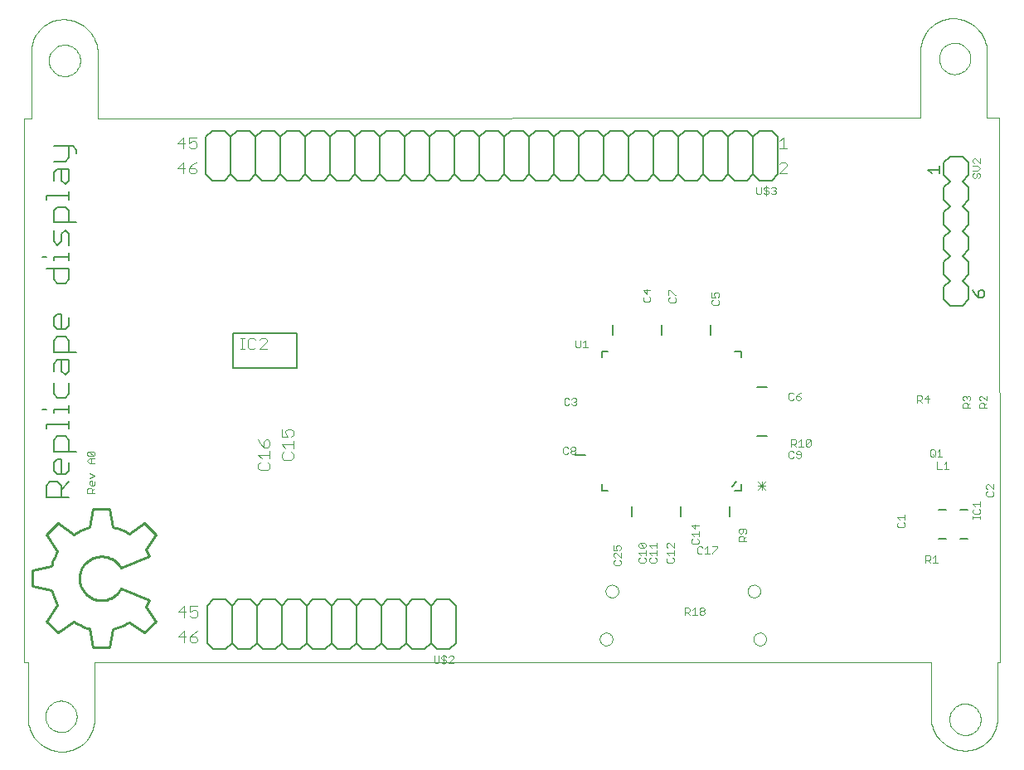
<source format=gto>
G75*
G70*
%OFA0B0*%
%FSLAX24Y24*%
%IPPOS*%
%LPD*%
%AMOC8*
5,1,8,0,0,1.08239X$1,22.5*
%
%ADD10C,0.0000*%
%ADD11C,0.0080*%
%ADD12C,0.0030*%
%ADD13C,0.0060*%
%ADD14C,0.0040*%
%ADD15C,0.0050*%
%ADD16C,0.0100*%
D10*
X001652Y000107D02*
X001722Y000109D01*
X001792Y000115D01*
X001862Y000124D01*
X001931Y000137D01*
X002000Y000154D01*
X002067Y000175D01*
X002133Y000199D01*
X002197Y000227D01*
X002260Y000258D01*
X002322Y000293D01*
X002381Y000331D01*
X002438Y000372D01*
X002493Y000416D01*
X002545Y000463D01*
X002595Y000513D01*
X002642Y000565D01*
X002686Y000620D01*
X002727Y000677D01*
X002765Y000736D01*
X002800Y000798D01*
X002831Y000861D01*
X002859Y000925D01*
X002883Y000991D01*
X002904Y001058D01*
X002921Y001127D01*
X002934Y001196D01*
X002943Y001266D01*
X002949Y001336D01*
X002951Y001406D01*
X002951Y003690D01*
X036573Y003690D01*
X036573Y001524D01*
X036575Y001452D01*
X036581Y001380D01*
X036590Y001308D01*
X036603Y001237D01*
X036620Y001167D01*
X036640Y001098D01*
X036665Y001030D01*
X036692Y000964D01*
X036723Y000898D01*
X036758Y000835D01*
X036795Y000773D01*
X036836Y000714D01*
X036880Y000657D01*
X036927Y000602D01*
X036977Y000550D01*
X037029Y000500D01*
X037084Y000453D01*
X037141Y000409D01*
X037200Y000368D01*
X037262Y000331D01*
X037325Y000296D01*
X037391Y000265D01*
X037457Y000238D01*
X037525Y000213D01*
X037594Y000193D01*
X037664Y000176D01*
X037735Y000163D01*
X037807Y000154D01*
X037879Y000148D01*
X037951Y000146D01*
X037321Y001406D02*
X037323Y001456D01*
X037329Y001506D01*
X037339Y001555D01*
X037353Y001603D01*
X037370Y001650D01*
X037391Y001695D01*
X037416Y001739D01*
X037444Y001780D01*
X037476Y001819D01*
X037510Y001856D01*
X037547Y001890D01*
X037587Y001920D01*
X037629Y001947D01*
X037673Y001971D01*
X037719Y001992D01*
X037766Y002008D01*
X037814Y002021D01*
X037864Y002030D01*
X037913Y002035D01*
X037964Y002036D01*
X038014Y002033D01*
X038063Y002026D01*
X038112Y002015D01*
X038160Y002000D01*
X038206Y001982D01*
X038251Y001960D01*
X038294Y001934D01*
X038335Y001905D01*
X038374Y001873D01*
X038410Y001838D01*
X038442Y001800D01*
X038472Y001760D01*
X038499Y001717D01*
X038522Y001673D01*
X038541Y001627D01*
X038557Y001579D01*
X038569Y001530D01*
X038577Y001481D01*
X038581Y001431D01*
X038581Y001381D01*
X038577Y001331D01*
X038569Y001282D01*
X038557Y001233D01*
X038541Y001185D01*
X038522Y001139D01*
X038499Y001095D01*
X038472Y001052D01*
X038442Y001012D01*
X038410Y000974D01*
X038374Y000939D01*
X038335Y000907D01*
X038294Y000878D01*
X038251Y000852D01*
X038206Y000830D01*
X038160Y000812D01*
X038112Y000797D01*
X038063Y000786D01*
X038014Y000779D01*
X037964Y000776D01*
X037913Y000777D01*
X037864Y000782D01*
X037814Y000791D01*
X037766Y000804D01*
X037719Y000820D01*
X037673Y000841D01*
X037629Y000865D01*
X037587Y000892D01*
X037547Y000922D01*
X037510Y000956D01*
X037476Y000993D01*
X037444Y001032D01*
X037416Y001073D01*
X037391Y001117D01*
X037370Y001162D01*
X037353Y001209D01*
X037339Y001257D01*
X037329Y001306D01*
X037323Y001356D01*
X037321Y001406D01*
X037951Y000147D02*
X038021Y000149D01*
X038091Y000155D01*
X038161Y000164D01*
X038230Y000177D01*
X038299Y000194D01*
X038366Y000215D01*
X038432Y000239D01*
X038496Y000267D01*
X038559Y000298D01*
X038621Y000333D01*
X038680Y000371D01*
X038737Y000412D01*
X038792Y000456D01*
X038844Y000503D01*
X038894Y000553D01*
X038941Y000605D01*
X038985Y000660D01*
X039026Y000717D01*
X039064Y000776D01*
X039099Y000838D01*
X039130Y000901D01*
X039158Y000965D01*
X039182Y001031D01*
X039203Y001098D01*
X039220Y001167D01*
X039233Y001236D01*
X039242Y001306D01*
X039248Y001376D01*
X039250Y001446D01*
X039250Y003690D01*
X039349Y003690D01*
X039329Y025619D01*
X038837Y025619D01*
X038837Y028217D01*
X036907Y027981D02*
X036909Y028031D01*
X036915Y028081D01*
X036925Y028130D01*
X036939Y028178D01*
X036956Y028225D01*
X036977Y028270D01*
X037002Y028314D01*
X037030Y028355D01*
X037062Y028394D01*
X037096Y028431D01*
X037133Y028465D01*
X037173Y028495D01*
X037215Y028522D01*
X037259Y028546D01*
X037305Y028567D01*
X037352Y028583D01*
X037400Y028596D01*
X037450Y028605D01*
X037499Y028610D01*
X037550Y028611D01*
X037600Y028608D01*
X037649Y028601D01*
X037698Y028590D01*
X037746Y028575D01*
X037792Y028557D01*
X037837Y028535D01*
X037880Y028509D01*
X037921Y028480D01*
X037960Y028448D01*
X037996Y028413D01*
X038028Y028375D01*
X038058Y028335D01*
X038085Y028292D01*
X038108Y028248D01*
X038127Y028202D01*
X038143Y028154D01*
X038155Y028105D01*
X038163Y028056D01*
X038167Y028006D01*
X038167Y027956D01*
X038163Y027906D01*
X038155Y027857D01*
X038143Y027808D01*
X038127Y027760D01*
X038108Y027714D01*
X038085Y027670D01*
X038058Y027627D01*
X038028Y027587D01*
X037996Y027549D01*
X037960Y027514D01*
X037921Y027482D01*
X037880Y027453D01*
X037837Y027427D01*
X037792Y027405D01*
X037746Y027387D01*
X037698Y027372D01*
X037649Y027361D01*
X037600Y027354D01*
X037550Y027351D01*
X037499Y027352D01*
X037450Y027357D01*
X037400Y027366D01*
X037352Y027379D01*
X037305Y027395D01*
X037259Y027416D01*
X037215Y027440D01*
X037173Y027467D01*
X037133Y027497D01*
X037096Y027531D01*
X037062Y027568D01*
X037030Y027607D01*
X037002Y027648D01*
X036977Y027692D01*
X036956Y027737D01*
X036939Y027784D01*
X036925Y027832D01*
X036915Y027881D01*
X036909Y027931D01*
X036907Y027981D01*
X037459Y029595D02*
X037531Y029593D01*
X037603Y029587D01*
X037675Y029578D01*
X037746Y029565D01*
X037816Y029548D01*
X037885Y029528D01*
X037953Y029503D01*
X038019Y029476D01*
X038085Y029445D01*
X038148Y029410D01*
X038210Y029373D01*
X038269Y029332D01*
X038326Y029288D01*
X038381Y029241D01*
X038433Y029191D01*
X038483Y029139D01*
X038530Y029084D01*
X038574Y029027D01*
X038615Y028968D01*
X038652Y028906D01*
X038687Y028843D01*
X038718Y028777D01*
X038745Y028711D01*
X038770Y028643D01*
X038790Y028574D01*
X038807Y028504D01*
X038820Y028433D01*
X038829Y028361D01*
X038835Y028289D01*
X038837Y028217D01*
X037459Y029595D02*
X037389Y029593D01*
X037319Y029587D01*
X037249Y029578D01*
X037180Y029565D01*
X037111Y029548D01*
X037044Y029527D01*
X036978Y029503D01*
X036914Y029475D01*
X036851Y029444D01*
X036789Y029409D01*
X036730Y029371D01*
X036673Y029330D01*
X036618Y029286D01*
X036566Y029239D01*
X036516Y029189D01*
X036469Y029137D01*
X036425Y029082D01*
X036384Y029025D01*
X036346Y028966D01*
X036311Y028904D01*
X036280Y028841D01*
X036252Y028777D01*
X036228Y028711D01*
X036207Y028644D01*
X036190Y028575D01*
X036177Y028506D01*
X036168Y028436D01*
X036162Y028366D01*
X036160Y028296D01*
X036160Y025619D01*
X003089Y025580D01*
X003089Y028178D01*
X001120Y027902D02*
X001122Y027952D01*
X001128Y028002D01*
X001138Y028051D01*
X001152Y028099D01*
X001169Y028146D01*
X001190Y028191D01*
X001215Y028235D01*
X001243Y028276D01*
X001275Y028315D01*
X001309Y028352D01*
X001346Y028386D01*
X001386Y028416D01*
X001428Y028443D01*
X001472Y028467D01*
X001518Y028488D01*
X001565Y028504D01*
X001613Y028517D01*
X001663Y028526D01*
X001712Y028531D01*
X001763Y028532D01*
X001813Y028529D01*
X001862Y028522D01*
X001911Y028511D01*
X001959Y028496D01*
X002005Y028478D01*
X002050Y028456D01*
X002093Y028430D01*
X002134Y028401D01*
X002173Y028369D01*
X002209Y028334D01*
X002241Y028296D01*
X002271Y028256D01*
X002298Y028213D01*
X002321Y028169D01*
X002340Y028123D01*
X002356Y028075D01*
X002368Y028026D01*
X002376Y027977D01*
X002380Y027927D01*
X002380Y027877D01*
X002376Y027827D01*
X002368Y027778D01*
X002356Y027729D01*
X002340Y027681D01*
X002321Y027635D01*
X002298Y027591D01*
X002271Y027548D01*
X002241Y027508D01*
X002209Y027470D01*
X002173Y027435D01*
X002134Y027403D01*
X002093Y027374D01*
X002050Y027348D01*
X002005Y027326D01*
X001959Y027308D01*
X001911Y027293D01*
X001862Y027282D01*
X001813Y027275D01*
X001763Y027272D01*
X001712Y027273D01*
X001663Y027278D01*
X001613Y027287D01*
X001565Y027300D01*
X001518Y027316D01*
X001472Y027337D01*
X001428Y027361D01*
X001386Y027388D01*
X001346Y027418D01*
X001309Y027452D01*
X001275Y027489D01*
X001243Y027528D01*
X001215Y027569D01*
X001190Y027613D01*
X001169Y027658D01*
X001152Y027705D01*
X001138Y027753D01*
X001128Y027802D01*
X001122Y027852D01*
X001120Y027902D01*
X001711Y029556D02*
X001783Y029554D01*
X001855Y029548D01*
X001927Y029539D01*
X001998Y029526D01*
X002068Y029509D01*
X002137Y029489D01*
X002205Y029464D01*
X002271Y029437D01*
X002337Y029406D01*
X002400Y029371D01*
X002462Y029334D01*
X002521Y029293D01*
X002578Y029249D01*
X002633Y029202D01*
X002685Y029152D01*
X002735Y029100D01*
X002782Y029045D01*
X002826Y028988D01*
X002867Y028929D01*
X002904Y028867D01*
X002939Y028804D01*
X002970Y028738D01*
X002997Y028672D01*
X003022Y028604D01*
X003042Y028535D01*
X003059Y028465D01*
X003072Y028394D01*
X003081Y028322D01*
X003087Y028250D01*
X003089Y028178D01*
X001711Y029556D02*
X001641Y029554D01*
X001571Y029548D01*
X001501Y029539D01*
X001432Y029526D01*
X001363Y029509D01*
X001296Y029488D01*
X001230Y029464D01*
X001166Y029436D01*
X001103Y029405D01*
X001041Y029370D01*
X000982Y029332D01*
X000925Y029291D01*
X000870Y029247D01*
X000818Y029200D01*
X000768Y029150D01*
X000721Y029098D01*
X000677Y029043D01*
X000636Y028986D01*
X000598Y028927D01*
X000563Y028865D01*
X000532Y028802D01*
X000504Y028738D01*
X000480Y028672D01*
X000459Y028605D01*
X000442Y028536D01*
X000429Y028467D01*
X000420Y028397D01*
X000414Y028327D01*
X000412Y028257D01*
X000411Y028257D02*
X000411Y025580D01*
X000136Y025580D01*
X000136Y003690D01*
X000274Y003690D01*
X000274Y001485D01*
X000982Y001524D02*
X000984Y001574D01*
X000990Y001624D01*
X001000Y001673D01*
X001014Y001721D01*
X001031Y001768D01*
X001052Y001813D01*
X001077Y001857D01*
X001105Y001898D01*
X001137Y001937D01*
X001171Y001974D01*
X001208Y002008D01*
X001248Y002038D01*
X001290Y002065D01*
X001334Y002089D01*
X001380Y002110D01*
X001427Y002126D01*
X001475Y002139D01*
X001525Y002148D01*
X001574Y002153D01*
X001625Y002154D01*
X001675Y002151D01*
X001724Y002144D01*
X001773Y002133D01*
X001821Y002118D01*
X001867Y002100D01*
X001912Y002078D01*
X001955Y002052D01*
X001996Y002023D01*
X002035Y001991D01*
X002071Y001956D01*
X002103Y001918D01*
X002133Y001878D01*
X002160Y001835D01*
X002183Y001791D01*
X002202Y001745D01*
X002218Y001697D01*
X002230Y001648D01*
X002238Y001599D01*
X002242Y001549D01*
X002242Y001499D01*
X002238Y001449D01*
X002230Y001400D01*
X002218Y001351D01*
X002202Y001303D01*
X002183Y001257D01*
X002160Y001213D01*
X002133Y001170D01*
X002103Y001130D01*
X002071Y001092D01*
X002035Y001057D01*
X001996Y001025D01*
X001955Y000996D01*
X001912Y000970D01*
X001867Y000948D01*
X001821Y000930D01*
X001773Y000915D01*
X001724Y000904D01*
X001675Y000897D01*
X001625Y000894D01*
X001574Y000895D01*
X001525Y000900D01*
X001475Y000909D01*
X001427Y000922D01*
X001380Y000938D01*
X001334Y000959D01*
X001290Y000983D01*
X001248Y001010D01*
X001208Y001040D01*
X001171Y001074D01*
X001137Y001111D01*
X001105Y001150D01*
X001077Y001191D01*
X001052Y001235D01*
X001031Y001280D01*
X001014Y001327D01*
X001000Y001375D01*
X000990Y001424D01*
X000984Y001474D01*
X000982Y001524D01*
X000274Y001485D02*
X000276Y001413D01*
X000282Y001341D01*
X000291Y001269D01*
X000304Y001198D01*
X000321Y001128D01*
X000341Y001059D01*
X000366Y000991D01*
X000393Y000925D01*
X000424Y000859D01*
X000459Y000796D01*
X000496Y000734D01*
X000537Y000675D01*
X000581Y000618D01*
X000628Y000563D01*
X000678Y000511D01*
X000730Y000461D01*
X000785Y000414D01*
X000842Y000370D01*
X000901Y000329D01*
X000963Y000292D01*
X001026Y000257D01*
X001092Y000226D01*
X001158Y000199D01*
X001226Y000174D01*
X001295Y000154D01*
X001365Y000137D01*
X001436Y000124D01*
X001508Y000115D01*
X001580Y000109D01*
X001652Y000107D01*
X023266Y004635D02*
X023268Y004666D01*
X023274Y004697D01*
X023283Y004727D01*
X023296Y004756D01*
X023313Y004783D01*
X023333Y004807D01*
X023355Y004829D01*
X023381Y004848D01*
X023408Y004864D01*
X023437Y004876D01*
X023467Y004885D01*
X023498Y004890D01*
X023530Y004891D01*
X023561Y004888D01*
X023592Y004881D01*
X023622Y004871D01*
X023650Y004857D01*
X023676Y004839D01*
X023700Y004819D01*
X023721Y004795D01*
X023740Y004770D01*
X023755Y004742D01*
X023766Y004713D01*
X023774Y004682D01*
X023778Y004651D01*
X023778Y004619D01*
X023774Y004588D01*
X023766Y004557D01*
X023755Y004528D01*
X023740Y004500D01*
X023721Y004475D01*
X023700Y004451D01*
X023676Y004431D01*
X023650Y004413D01*
X023622Y004399D01*
X023592Y004389D01*
X023561Y004382D01*
X023530Y004379D01*
X023498Y004380D01*
X023467Y004385D01*
X023437Y004394D01*
X023408Y004406D01*
X023381Y004422D01*
X023355Y004441D01*
X023333Y004463D01*
X023313Y004487D01*
X023296Y004514D01*
X023283Y004543D01*
X023274Y004573D01*
X023268Y004604D01*
X023266Y004635D01*
X023502Y006564D02*
X023504Y006595D01*
X023510Y006626D01*
X023519Y006656D01*
X023532Y006685D01*
X023549Y006712D01*
X023569Y006736D01*
X023591Y006758D01*
X023617Y006777D01*
X023644Y006793D01*
X023673Y006805D01*
X023703Y006814D01*
X023734Y006819D01*
X023766Y006820D01*
X023797Y006817D01*
X023828Y006810D01*
X023858Y006800D01*
X023886Y006786D01*
X023912Y006768D01*
X023936Y006748D01*
X023957Y006724D01*
X023976Y006699D01*
X023991Y006671D01*
X024002Y006642D01*
X024010Y006611D01*
X024014Y006580D01*
X024014Y006548D01*
X024010Y006517D01*
X024002Y006486D01*
X023991Y006457D01*
X023976Y006429D01*
X023957Y006404D01*
X023936Y006380D01*
X023912Y006360D01*
X023886Y006342D01*
X023858Y006328D01*
X023828Y006318D01*
X023797Y006311D01*
X023766Y006308D01*
X023734Y006309D01*
X023703Y006314D01*
X023673Y006323D01*
X023644Y006335D01*
X023617Y006351D01*
X023591Y006370D01*
X023569Y006392D01*
X023549Y006416D01*
X023532Y006443D01*
X023519Y006472D01*
X023510Y006502D01*
X023504Y006533D01*
X023502Y006564D01*
X029211Y006564D02*
X029213Y006595D01*
X029219Y006626D01*
X029228Y006656D01*
X029241Y006685D01*
X029258Y006712D01*
X029278Y006736D01*
X029300Y006758D01*
X029326Y006777D01*
X029353Y006793D01*
X029382Y006805D01*
X029412Y006814D01*
X029443Y006819D01*
X029475Y006820D01*
X029506Y006817D01*
X029537Y006810D01*
X029567Y006800D01*
X029595Y006786D01*
X029621Y006768D01*
X029645Y006748D01*
X029666Y006724D01*
X029685Y006699D01*
X029700Y006671D01*
X029711Y006642D01*
X029719Y006611D01*
X029723Y006580D01*
X029723Y006548D01*
X029719Y006517D01*
X029711Y006486D01*
X029700Y006457D01*
X029685Y006429D01*
X029666Y006404D01*
X029645Y006380D01*
X029621Y006360D01*
X029595Y006342D01*
X029567Y006328D01*
X029537Y006318D01*
X029506Y006311D01*
X029475Y006308D01*
X029443Y006309D01*
X029412Y006314D01*
X029382Y006323D01*
X029353Y006335D01*
X029326Y006351D01*
X029300Y006370D01*
X029278Y006392D01*
X029258Y006416D01*
X029241Y006443D01*
X029228Y006472D01*
X029219Y006502D01*
X029213Y006533D01*
X029211Y006564D01*
X029447Y004635D02*
X029449Y004666D01*
X029455Y004697D01*
X029464Y004727D01*
X029477Y004756D01*
X029494Y004783D01*
X029514Y004807D01*
X029536Y004829D01*
X029562Y004848D01*
X029589Y004864D01*
X029618Y004876D01*
X029648Y004885D01*
X029679Y004890D01*
X029711Y004891D01*
X029742Y004888D01*
X029773Y004881D01*
X029803Y004871D01*
X029831Y004857D01*
X029857Y004839D01*
X029881Y004819D01*
X029902Y004795D01*
X029921Y004770D01*
X029936Y004742D01*
X029947Y004713D01*
X029955Y004682D01*
X029959Y004651D01*
X029959Y004619D01*
X029955Y004588D01*
X029947Y004557D01*
X029936Y004528D01*
X029921Y004500D01*
X029902Y004475D01*
X029881Y004451D01*
X029857Y004431D01*
X029831Y004413D01*
X029803Y004399D01*
X029773Y004389D01*
X029742Y004382D01*
X029711Y004379D01*
X029679Y004380D01*
X029648Y004385D01*
X029618Y004394D01*
X029589Y004406D01*
X029562Y004422D01*
X029536Y004441D01*
X029514Y004463D01*
X029494Y004487D01*
X029477Y004514D01*
X029464Y004543D01*
X029455Y004573D01*
X029449Y004604D01*
X029447Y004635D01*
D11*
X036888Y008683D02*
X037175Y008683D01*
X037763Y008683D02*
X038050Y008683D01*
X038050Y009844D02*
X037763Y009844D01*
X037175Y009844D02*
X036888Y009844D01*
X011091Y015549D02*
X008511Y015549D01*
X008511Y016949D01*
X011091Y016949D01*
X011091Y015549D01*
X002234Y016175D02*
X001313Y016175D01*
X001313Y016636D01*
X001466Y016789D01*
X001773Y016789D01*
X001927Y016636D01*
X001927Y016175D01*
X001927Y015868D02*
X001466Y015868D01*
X001313Y015715D01*
X001313Y015408D01*
X001620Y015408D02*
X001620Y015868D01*
X001927Y015868D02*
X001927Y015408D01*
X001773Y015255D01*
X001620Y015408D01*
X001927Y014948D02*
X001927Y014487D01*
X001773Y014334D01*
X001466Y014334D01*
X001313Y014487D01*
X001313Y014948D01*
X001927Y014027D02*
X001927Y013720D01*
X001927Y013873D02*
X001313Y013873D01*
X001313Y013720D01*
X001006Y013873D02*
X000852Y013873D01*
X001006Y013260D02*
X001927Y013260D01*
X001927Y013413D02*
X001927Y013106D01*
X001773Y012799D02*
X001466Y012799D01*
X001313Y012646D01*
X001313Y012185D01*
X002234Y012185D01*
X001927Y012185D02*
X001927Y012646D01*
X001773Y012799D01*
X001006Y013106D02*
X001006Y013260D01*
X001466Y011879D02*
X001620Y011879D01*
X001620Y011265D01*
X001773Y011265D02*
X001466Y011265D01*
X001313Y011418D01*
X001313Y011725D01*
X001466Y011879D01*
X001927Y011725D02*
X001927Y011418D01*
X001773Y011265D01*
X001927Y010958D02*
X001620Y010651D01*
X001620Y010804D02*
X001466Y010958D01*
X001159Y010958D01*
X001006Y010804D01*
X001006Y010344D01*
X001927Y010344D01*
X001620Y010344D02*
X001620Y010804D01*
X001620Y017096D02*
X001620Y017710D01*
X001466Y017710D01*
X001313Y017556D01*
X001313Y017249D01*
X001466Y017096D01*
X001773Y017096D01*
X001927Y017249D01*
X001927Y017556D01*
X001773Y018938D02*
X001466Y018938D01*
X001313Y019091D01*
X001313Y019551D01*
X001006Y019551D02*
X001927Y019551D01*
X001927Y019091D01*
X001773Y018938D01*
X001927Y019858D02*
X001927Y020165D01*
X001927Y020012D02*
X001313Y020012D01*
X001313Y019858D01*
X001006Y020012D02*
X000852Y020012D01*
X001466Y020472D02*
X001313Y020626D01*
X001313Y021086D01*
X001620Y020932D02*
X001620Y020626D01*
X001466Y020472D01*
X001927Y020472D02*
X001927Y020932D01*
X001773Y021086D01*
X001620Y020932D01*
X001927Y021393D02*
X001927Y021853D01*
X001773Y022007D01*
X001466Y022007D01*
X001313Y021853D01*
X001313Y021393D01*
X002234Y021393D01*
X001927Y022314D02*
X001927Y022621D01*
X001927Y022467D02*
X001006Y022467D01*
X001006Y022314D01*
X001313Y023081D02*
X001313Y023388D01*
X001466Y023541D01*
X001927Y023541D01*
X001927Y023081D01*
X001773Y022927D01*
X001620Y023081D01*
X001620Y023541D01*
X001773Y023848D02*
X001313Y023848D01*
X001773Y023848D02*
X001927Y024002D01*
X001927Y024462D01*
X002080Y024462D02*
X002234Y024309D01*
X002234Y024155D01*
X002080Y024462D02*
X001313Y024462D01*
D12*
X002714Y012182D02*
X002907Y011989D01*
X002956Y012037D01*
X002956Y012134D01*
X002907Y012182D01*
X002714Y012182D01*
X002665Y012134D01*
X002665Y012037D01*
X002714Y011989D01*
X002907Y011989D01*
X002956Y011888D02*
X002762Y011888D01*
X002665Y011791D01*
X002762Y011694D01*
X002956Y011694D01*
X002810Y011694D02*
X002810Y011888D01*
X002762Y011299D02*
X002956Y011202D01*
X002762Y011105D01*
X002810Y011004D02*
X002762Y010956D01*
X002762Y010859D01*
X002810Y010810D01*
X002907Y010810D01*
X002956Y010859D01*
X002956Y010956D01*
X002859Y011004D02*
X002859Y010810D01*
X002810Y010709D02*
X002859Y010661D01*
X002859Y010516D01*
X002859Y010613D02*
X002956Y010709D01*
X002810Y010709D02*
X002714Y010709D01*
X002665Y010661D01*
X002665Y010516D01*
X002956Y010516D01*
X002859Y011004D02*
X002810Y011004D01*
X016609Y003960D02*
X016609Y003719D01*
X016658Y003670D01*
X016755Y003670D01*
X016803Y003719D01*
X016803Y003960D01*
X016904Y003912D02*
X016952Y003960D01*
X017049Y003960D01*
X017098Y003912D01*
X017199Y003912D02*
X017247Y003960D01*
X017344Y003960D01*
X017392Y003912D01*
X017392Y003864D01*
X017199Y003670D01*
X017392Y003670D01*
X017098Y003719D02*
X017098Y003767D01*
X017049Y003815D01*
X016952Y003815D01*
X016904Y003864D01*
X016904Y003912D01*
X017001Y004009D02*
X017001Y003622D01*
X017049Y003670D02*
X017098Y003719D01*
X017049Y003670D02*
X016952Y003670D01*
X016904Y003719D01*
X023826Y007666D02*
X023874Y007618D01*
X024068Y007618D01*
X024116Y007666D01*
X024116Y007763D01*
X024068Y007812D01*
X024116Y007913D02*
X023923Y008106D01*
X023874Y008106D01*
X023826Y008058D01*
X023826Y007961D01*
X023874Y007913D01*
X023874Y007812D02*
X023826Y007763D01*
X023826Y007666D01*
X024116Y007913D02*
X024116Y008106D01*
X024068Y008207D02*
X024116Y008256D01*
X024116Y008352D01*
X024068Y008401D01*
X023971Y008401D01*
X023923Y008352D01*
X023923Y008304D01*
X023971Y008207D01*
X023826Y008207D01*
X023826Y008401D01*
X024830Y008354D02*
X024878Y008306D01*
X025072Y008306D01*
X024878Y008499D01*
X025072Y008499D01*
X025120Y008451D01*
X025120Y008354D01*
X025072Y008306D01*
X025120Y008205D02*
X025120Y008011D01*
X025120Y008108D02*
X024830Y008108D01*
X024927Y008011D01*
X024878Y007910D02*
X024830Y007862D01*
X024830Y007765D01*
X024878Y007716D01*
X025072Y007716D01*
X025120Y007765D01*
X025120Y007862D01*
X025072Y007910D01*
X025263Y007862D02*
X025263Y007765D01*
X025311Y007716D01*
X025505Y007716D01*
X025553Y007765D01*
X025553Y007862D01*
X025505Y007910D01*
X025553Y008011D02*
X025553Y008205D01*
X025553Y008108D02*
X025263Y008108D01*
X025360Y008011D01*
X025311Y007910D02*
X025263Y007862D01*
X025360Y008306D02*
X025263Y008403D01*
X025553Y008403D01*
X025553Y008499D02*
X025553Y008306D01*
X025952Y008354D02*
X026000Y008306D01*
X025952Y008354D02*
X025952Y008451D01*
X026000Y008499D01*
X026049Y008499D01*
X026242Y008306D01*
X026242Y008499D01*
X026242Y008205D02*
X026242Y008011D01*
X026242Y008108D02*
X025952Y008108D01*
X026049Y008011D01*
X026000Y007910D02*
X025952Y007862D01*
X025952Y007765D01*
X026000Y007716D01*
X026194Y007716D01*
X026242Y007765D01*
X026242Y007862D01*
X026194Y007910D01*
X026956Y008513D02*
X027004Y008465D01*
X027198Y008465D01*
X027246Y008513D01*
X027246Y008610D01*
X027198Y008658D01*
X027246Y008759D02*
X027246Y008953D01*
X027246Y008856D02*
X026956Y008856D01*
X027053Y008759D01*
X027004Y008658D02*
X026956Y008610D01*
X026956Y008513D01*
X027204Y008311D02*
X027204Y008117D01*
X027252Y008069D01*
X027349Y008069D01*
X027398Y008117D01*
X027499Y008069D02*
X027692Y008069D01*
X027595Y008069D02*
X027595Y008359D01*
X027499Y008262D01*
X027398Y008311D02*
X027349Y008359D01*
X027252Y008359D01*
X027204Y008311D01*
X027793Y008359D02*
X027987Y008359D01*
X027987Y008311D01*
X027793Y008117D01*
X027793Y008069D01*
X028865Y008582D02*
X028865Y008727D01*
X028914Y008775D01*
X029010Y008775D01*
X029059Y008727D01*
X029059Y008582D01*
X029155Y008582D02*
X028865Y008582D01*
X029059Y008679D02*
X029155Y008775D01*
X029107Y008877D02*
X029155Y008925D01*
X029155Y009022D01*
X029107Y009070D01*
X028914Y009070D01*
X028865Y009022D01*
X028865Y008925D01*
X028914Y008877D01*
X028962Y008877D01*
X029010Y008925D01*
X029010Y009070D01*
X027246Y009199D02*
X026956Y009199D01*
X027101Y009054D01*
X027101Y009247D01*
X024878Y008499D02*
X024830Y008451D01*
X024830Y008354D01*
X026692Y005899D02*
X026837Y005899D01*
X026886Y005850D01*
X026886Y005753D01*
X026837Y005705D01*
X026692Y005705D01*
X026692Y005608D02*
X026692Y005899D01*
X026789Y005705D02*
X026886Y005608D01*
X026987Y005608D02*
X027180Y005608D01*
X027084Y005608D02*
X027084Y005899D01*
X026987Y005802D01*
X027282Y005802D02*
X027282Y005850D01*
X027330Y005899D01*
X027427Y005899D01*
X027475Y005850D01*
X027475Y005802D01*
X027427Y005753D01*
X027330Y005753D01*
X027282Y005802D01*
X027330Y005753D02*
X027282Y005705D01*
X027282Y005657D01*
X027330Y005608D01*
X027427Y005608D01*
X027475Y005657D01*
X027475Y005705D01*
X027427Y005753D01*
X029621Y010647D02*
X029935Y010961D01*
X029778Y010961D02*
X029778Y010647D01*
X029935Y010647D02*
X029621Y010961D01*
X029621Y010804D02*
X029935Y010804D01*
X030914Y011908D02*
X031011Y011908D01*
X031059Y011956D01*
X031160Y011956D02*
X031208Y011908D01*
X031305Y011908D01*
X031354Y011956D01*
X031354Y012149D01*
X031305Y012198D01*
X031208Y012198D01*
X031160Y012149D01*
X031160Y012101D01*
X031208Y012053D01*
X031354Y012053D01*
X031059Y012149D02*
X031011Y012198D01*
X030914Y012198D01*
X030865Y012149D01*
X030865Y011956D01*
X030914Y011908D01*
X030964Y012380D02*
X030964Y012670D01*
X031109Y012670D01*
X031157Y012622D01*
X031157Y012525D01*
X031109Y012477D01*
X030964Y012477D01*
X031061Y012477D02*
X031157Y012380D01*
X031259Y012380D02*
X031452Y012380D01*
X031355Y012380D02*
X031355Y012670D01*
X031259Y012573D01*
X031553Y012622D02*
X031553Y012428D01*
X031747Y012622D01*
X031747Y012428D01*
X031698Y012380D01*
X031602Y012380D01*
X031553Y012428D01*
X031553Y012622D02*
X031602Y012670D01*
X031698Y012670D01*
X031747Y012622D01*
X031305Y014250D02*
X031354Y014298D01*
X031354Y014347D01*
X031305Y014395D01*
X031160Y014395D01*
X031160Y014298D01*
X031208Y014250D01*
X031305Y014250D01*
X031160Y014395D02*
X031257Y014492D01*
X031354Y014540D01*
X031059Y014492D02*
X031011Y014540D01*
X030914Y014540D01*
X030865Y014492D01*
X030865Y014298D01*
X030914Y014250D01*
X031011Y014250D01*
X031059Y014298D01*
X028012Y018081D02*
X027818Y018081D01*
X027770Y018129D01*
X027770Y018226D01*
X027818Y018274D01*
X027770Y018375D02*
X027915Y018375D01*
X027866Y018472D01*
X027866Y018521D01*
X027915Y018569D01*
X028012Y018569D01*
X028060Y018521D01*
X028060Y018424D01*
X028012Y018375D01*
X028012Y018274D02*
X028060Y018226D01*
X028060Y018129D01*
X028012Y018081D01*
X027770Y018375D02*
X027770Y018569D01*
X026328Y018474D02*
X026279Y018474D01*
X026086Y018667D01*
X026037Y018667D01*
X026037Y018474D01*
X026086Y018373D02*
X026037Y018324D01*
X026037Y018228D01*
X026086Y018179D01*
X026279Y018179D01*
X026328Y018228D01*
X026328Y018324D01*
X026279Y018373D01*
X025304Y018364D02*
X025256Y018412D01*
X025304Y018364D02*
X025304Y018267D01*
X025256Y018219D01*
X025062Y018219D01*
X025014Y018267D01*
X025014Y018364D01*
X025062Y018412D01*
X025159Y018513D02*
X025014Y018658D01*
X025304Y018658D01*
X025159Y018707D02*
X025159Y018513D01*
X022686Y016651D02*
X022686Y016360D01*
X022589Y016360D02*
X022783Y016360D01*
X022589Y016554D02*
X022686Y016651D01*
X022488Y016651D02*
X022488Y016409D01*
X022440Y016360D01*
X022343Y016360D01*
X022295Y016409D01*
X022295Y016651D01*
X022279Y014331D02*
X022182Y014331D01*
X022134Y014282D01*
X022033Y014282D02*
X021984Y014331D01*
X021888Y014331D01*
X021839Y014282D01*
X021839Y014089D01*
X021888Y014040D01*
X021984Y014040D01*
X022033Y014089D01*
X022134Y014089D02*
X022182Y014040D01*
X022279Y014040D01*
X022327Y014089D01*
X022327Y014137D01*
X022279Y014185D01*
X022231Y014185D01*
X022279Y014185D02*
X022327Y014234D01*
X022327Y014282D01*
X022279Y014331D01*
X022240Y012362D02*
X022288Y012314D01*
X022288Y012265D01*
X022240Y012217D01*
X022143Y012217D01*
X022094Y012265D01*
X022094Y012314D01*
X022143Y012362D01*
X022240Y012362D01*
X022240Y012217D02*
X022288Y012169D01*
X022288Y012120D01*
X022240Y012072D01*
X022143Y012072D01*
X022094Y012120D01*
X022094Y012169D01*
X022143Y012217D01*
X021993Y012314D02*
X021945Y012362D01*
X021848Y012362D01*
X021800Y012314D01*
X021800Y012120D01*
X021848Y012072D01*
X021945Y012072D01*
X021993Y012120D01*
X035234Y009527D02*
X035331Y009431D01*
X035282Y009329D02*
X035234Y009281D01*
X035234Y009184D01*
X035282Y009136D01*
X035476Y009136D01*
X035524Y009184D01*
X035524Y009281D01*
X035476Y009329D01*
X035524Y009431D02*
X035524Y009624D01*
X035524Y009527D02*
X035234Y009527D01*
X036368Y008008D02*
X036513Y008008D01*
X036561Y007959D01*
X036561Y007863D01*
X036513Y007814D01*
X036368Y007814D01*
X036368Y007717D02*
X036368Y008008D01*
X036465Y007814D02*
X036561Y007717D01*
X036663Y007717D02*
X036856Y007717D01*
X036759Y007717D02*
X036759Y008008D01*
X036663Y007911D01*
X038271Y009477D02*
X038271Y009574D01*
X038271Y009525D02*
X038562Y009525D01*
X038562Y009477D02*
X038562Y009574D01*
X038513Y009673D02*
X038562Y009722D01*
X038562Y009819D01*
X038513Y009867D01*
X038562Y009968D02*
X038562Y010162D01*
X038562Y010065D02*
X038271Y010065D01*
X038368Y009968D01*
X038320Y009867D02*
X038271Y009819D01*
X038271Y009722D01*
X038320Y009673D01*
X038513Y009673D01*
X038845Y010376D02*
X039039Y010376D01*
X039087Y010425D01*
X039087Y010521D01*
X039039Y010570D01*
X039087Y010671D02*
X038894Y010864D01*
X038845Y010864D01*
X038797Y010816D01*
X038797Y010719D01*
X038845Y010671D01*
X038845Y010570D02*
X038797Y010521D01*
X038797Y010425D01*
X038845Y010376D01*
X039087Y010671D02*
X039087Y010864D01*
X037301Y011485D02*
X037108Y011485D01*
X037204Y011485D02*
X037204Y011775D01*
X037108Y011679D01*
X037006Y011485D02*
X036813Y011485D01*
X036813Y011775D01*
X036841Y011974D02*
X037035Y011974D01*
X036938Y011974D02*
X036938Y012265D01*
X036841Y012168D01*
X036740Y012216D02*
X036740Y012023D01*
X036692Y011974D01*
X036595Y011974D01*
X036547Y012023D01*
X036547Y012216D01*
X036595Y012265D01*
X036692Y012265D01*
X036740Y012216D01*
X036643Y012071D02*
X036740Y011974D01*
X037868Y013927D02*
X037868Y014072D01*
X037916Y014121D01*
X038013Y014121D01*
X038062Y014072D01*
X038062Y013927D01*
X038158Y013927D02*
X037868Y013927D01*
X038062Y014024D02*
X038158Y014121D01*
X038110Y014222D02*
X038158Y014270D01*
X038158Y014367D01*
X038110Y014415D01*
X038062Y014415D01*
X038013Y014367D01*
X038013Y014319D01*
X038013Y014367D02*
X037965Y014415D01*
X037916Y014415D01*
X037868Y014367D01*
X037868Y014270D01*
X037916Y014222D01*
X038537Y014270D02*
X038586Y014222D01*
X038537Y014270D02*
X038537Y014367D01*
X038586Y014415D01*
X038634Y014415D01*
X038828Y014222D01*
X038828Y014415D01*
X038828Y014121D02*
X038731Y014024D01*
X038731Y014072D02*
X038731Y013927D01*
X038828Y013927D02*
X038537Y013927D01*
X038537Y014072D01*
X038586Y014121D01*
X038682Y014121D01*
X038731Y014072D01*
X036511Y014297D02*
X036318Y014297D01*
X036463Y014442D01*
X036463Y014152D01*
X036216Y014152D02*
X036120Y014248D01*
X036168Y014248D02*
X036023Y014248D01*
X036023Y014152D02*
X036023Y014442D01*
X036168Y014442D01*
X036216Y014393D01*
X036216Y014297D01*
X036168Y014248D01*
X030301Y022528D02*
X030204Y022528D01*
X030155Y022577D01*
X030054Y022577D02*
X030054Y022625D01*
X030006Y022674D01*
X029909Y022674D01*
X029861Y022722D01*
X029861Y022770D01*
X029909Y022819D01*
X030006Y022819D01*
X030054Y022770D01*
X030155Y022770D02*
X030204Y022819D01*
X030301Y022819D01*
X030349Y022770D01*
X030349Y022722D01*
X030301Y022674D01*
X030349Y022625D01*
X030349Y022577D01*
X030301Y022528D01*
X030301Y022674D02*
X030252Y022674D01*
X030054Y022577D02*
X030006Y022528D01*
X029909Y022528D01*
X029861Y022577D01*
X029760Y022577D02*
X029711Y022528D01*
X029615Y022528D01*
X029566Y022577D01*
X029566Y022819D01*
X029760Y022819D02*
X029760Y022577D01*
X029958Y022480D02*
X029958Y022867D01*
X038261Y023231D02*
X038310Y023183D01*
X038358Y023183D01*
X038406Y023231D01*
X038406Y023328D01*
X038455Y023376D01*
X038503Y023376D01*
X038552Y023328D01*
X038552Y023231D01*
X038503Y023183D01*
X038261Y023231D02*
X038261Y023328D01*
X038310Y023376D01*
X038261Y023478D02*
X038455Y023478D01*
X038552Y023574D01*
X038455Y023671D01*
X038261Y023671D01*
X038310Y023772D02*
X038261Y023821D01*
X038261Y023917D01*
X038310Y023966D01*
X038358Y023966D01*
X038552Y023772D01*
X038552Y023966D01*
D13*
X038097Y023802D02*
X037847Y024052D01*
X037347Y024052D01*
X037097Y023802D01*
X037097Y023302D01*
X037347Y023052D01*
X037097Y022802D01*
X037097Y022302D01*
X037347Y022052D01*
X037097Y021802D01*
X037097Y021302D01*
X037347Y021052D01*
X037097Y020802D01*
X037097Y020302D01*
X037347Y020052D01*
X037097Y019802D01*
X037097Y019302D01*
X037347Y019052D01*
X037097Y018802D01*
X037097Y018302D01*
X037347Y018052D01*
X037847Y018052D01*
X038097Y018302D01*
X038097Y018802D01*
X037847Y019052D01*
X038097Y019302D01*
X038097Y019802D01*
X037847Y020052D01*
X038097Y020302D01*
X038097Y020802D01*
X037847Y021052D01*
X038097Y021302D01*
X038097Y021802D01*
X037847Y022052D01*
X038097Y022302D01*
X038097Y022802D01*
X037847Y023052D01*
X038097Y023302D01*
X038097Y023802D01*
X030435Y023333D02*
X030185Y023083D01*
X029685Y023083D01*
X029435Y023333D01*
X029435Y024833D01*
X029185Y025083D01*
X028685Y025083D01*
X028435Y024833D01*
X028435Y023333D01*
X028185Y023083D01*
X027685Y023083D01*
X027435Y023333D01*
X027435Y024833D01*
X027185Y025083D01*
X026685Y025083D01*
X026435Y024833D01*
X026435Y023333D01*
X026185Y023083D01*
X025685Y023083D01*
X025435Y023333D01*
X025435Y024833D01*
X025185Y025083D01*
X024685Y025083D01*
X024435Y024833D01*
X024435Y023333D01*
X024185Y023083D01*
X023685Y023083D01*
X023435Y023333D01*
X023435Y024833D01*
X023685Y025083D01*
X024185Y025083D01*
X024435Y024833D01*
X025435Y024833D02*
X025685Y025083D01*
X026185Y025083D01*
X026435Y024833D01*
X027435Y024833D02*
X027685Y025083D01*
X028185Y025083D01*
X028435Y024833D01*
X029435Y024833D02*
X029685Y025083D01*
X030185Y025083D01*
X030435Y024833D01*
X030435Y023333D01*
X029435Y023333D02*
X029185Y023083D01*
X028685Y023083D01*
X028435Y023333D01*
X027435Y023333D02*
X027185Y023083D01*
X026685Y023083D01*
X026435Y023333D01*
X025435Y023333D02*
X025185Y023083D01*
X024685Y023083D01*
X024435Y023333D01*
X023435Y023333D02*
X023185Y023083D01*
X022685Y023083D01*
X022435Y023333D01*
X022435Y024833D01*
X022685Y025083D01*
X023185Y025083D01*
X023435Y024833D01*
X022435Y024833D02*
X022185Y025083D01*
X021685Y025083D01*
X021435Y024833D01*
X021435Y023333D01*
X021185Y023083D01*
X020685Y023083D01*
X020435Y023333D01*
X020435Y024833D01*
X020685Y025083D01*
X021185Y025083D01*
X021435Y024833D01*
X020435Y024833D02*
X020185Y025083D01*
X019685Y025083D01*
X019435Y024833D01*
X019435Y023333D01*
X019185Y023083D01*
X018685Y023083D01*
X018435Y023333D01*
X018435Y024833D01*
X018685Y025083D01*
X019185Y025083D01*
X019435Y024833D01*
X018435Y024833D02*
X018185Y025083D01*
X017685Y025083D01*
X017435Y024833D01*
X017435Y023333D01*
X017185Y023083D01*
X016685Y023083D01*
X016435Y023333D01*
X016435Y024833D01*
X016685Y025083D01*
X017185Y025083D01*
X017435Y024833D01*
X016435Y024833D02*
X016185Y025083D01*
X015685Y025083D01*
X015435Y024833D01*
X015435Y023333D01*
X015185Y023083D01*
X014685Y023083D01*
X014435Y023333D01*
X014435Y024833D01*
X014685Y025083D01*
X015185Y025083D01*
X015435Y024833D01*
X014435Y024833D02*
X014185Y025083D01*
X013685Y025083D01*
X013435Y024833D01*
X013435Y023333D01*
X013185Y023083D01*
X012685Y023083D01*
X012435Y023333D01*
X012435Y024833D01*
X012685Y025083D01*
X013185Y025083D01*
X013435Y024833D01*
X012435Y024833D02*
X012185Y025083D01*
X011685Y025083D01*
X011435Y024833D01*
X011185Y025083D01*
X010685Y025083D01*
X010435Y024833D01*
X010185Y025083D01*
X009685Y025083D01*
X009435Y024833D01*
X009185Y025083D01*
X008685Y025083D01*
X008435Y024833D01*
X008185Y025083D01*
X007685Y025083D01*
X007435Y024833D01*
X007435Y023333D01*
X007685Y023083D01*
X008185Y023083D01*
X008435Y023333D01*
X008685Y023083D01*
X009185Y023083D01*
X009435Y023333D01*
X009685Y023083D01*
X010185Y023083D01*
X010435Y023333D01*
X010435Y024833D01*
X011435Y024833D02*
X011435Y023333D01*
X011185Y023083D01*
X010685Y023083D01*
X010435Y023333D01*
X011435Y023333D02*
X011685Y023083D01*
X012185Y023083D01*
X012435Y023333D01*
X013435Y023333D02*
X013685Y023083D01*
X014185Y023083D01*
X014435Y023333D01*
X015435Y023333D02*
X015685Y023083D01*
X016185Y023083D01*
X016435Y023333D01*
X017435Y023333D02*
X017685Y023083D01*
X018185Y023083D01*
X018435Y023333D01*
X019435Y023333D02*
X019685Y023083D01*
X020185Y023083D01*
X020435Y023333D01*
X021435Y023333D02*
X021685Y023083D01*
X022185Y023083D01*
X022435Y023333D01*
X023790Y017264D02*
X023790Y016874D01*
X023590Y016214D02*
X023340Y016214D01*
X023340Y015964D01*
X025750Y016874D02*
X025750Y017274D01*
X027710Y017264D02*
X027710Y016864D01*
X028690Y016214D02*
X028940Y016214D01*
X028940Y015964D01*
X029590Y014784D02*
X030000Y014784D01*
X030000Y012804D02*
X029600Y012804D01*
X028770Y010954D02*
X028600Y010784D01*
X028690Y010614D02*
X028940Y010614D01*
X028940Y010864D01*
X028500Y009954D02*
X028500Y009564D01*
X026530Y009554D02*
X026530Y009954D01*
X024560Y009954D02*
X024560Y009554D01*
X023590Y010614D02*
X023340Y010614D01*
X023340Y010864D01*
X022680Y012034D02*
X022290Y012034D01*
X017228Y006225D02*
X016728Y006225D01*
X016478Y005975D01*
X016478Y004475D01*
X016228Y004225D01*
X015728Y004225D01*
X015478Y004475D01*
X015478Y005975D01*
X015728Y006225D01*
X016228Y006225D01*
X016478Y005975D01*
X017228Y006225D02*
X017478Y005975D01*
X017478Y004475D01*
X017228Y004225D01*
X016728Y004225D01*
X016478Y004475D01*
X015478Y004475D02*
X015228Y004225D01*
X014728Y004225D01*
X014478Y004475D01*
X014478Y005975D01*
X014728Y006225D01*
X015228Y006225D01*
X015478Y005975D01*
X014478Y005975D02*
X014228Y006225D01*
X013728Y006225D01*
X013478Y005975D01*
X013478Y004475D01*
X013228Y004225D01*
X012728Y004225D01*
X012478Y004475D01*
X012478Y005975D01*
X012728Y006225D01*
X013228Y006225D01*
X013478Y005975D01*
X012478Y005975D02*
X012228Y006225D01*
X011728Y006225D01*
X011478Y005975D01*
X011228Y006225D01*
X010728Y006225D01*
X010478Y005975D01*
X010228Y006225D01*
X009728Y006225D01*
X009478Y005975D01*
X009228Y006225D01*
X008728Y006225D01*
X008478Y005975D01*
X008228Y006225D01*
X007728Y006225D01*
X007478Y005975D01*
X007478Y004475D01*
X007728Y004225D01*
X008228Y004225D01*
X008478Y004475D01*
X008728Y004225D01*
X009228Y004225D01*
X009478Y004475D01*
X009728Y004225D01*
X010228Y004225D01*
X010478Y004475D01*
X010478Y005975D01*
X011478Y005975D02*
X011478Y004475D01*
X011228Y004225D01*
X010728Y004225D01*
X010478Y004475D01*
X011478Y004475D02*
X011728Y004225D01*
X012228Y004225D01*
X012478Y004475D01*
X013478Y004475D02*
X013728Y004225D01*
X014228Y004225D01*
X014478Y004475D01*
X009478Y004475D02*
X009478Y005975D01*
X008478Y005975D02*
X008478Y004475D01*
X008435Y023333D02*
X008435Y024833D01*
X009435Y024833D02*
X009435Y023333D01*
D14*
X007052Y023430D02*
X007052Y023507D01*
X006975Y023584D01*
X006745Y023584D01*
X006745Y023430D01*
X006821Y023353D01*
X006975Y023353D01*
X007052Y023430D01*
X006898Y023737D02*
X006745Y023584D01*
X006591Y023584D02*
X006284Y023584D01*
X006515Y023814D01*
X006515Y023353D01*
X006898Y023737D02*
X007052Y023814D01*
X006975Y024353D02*
X006821Y024353D01*
X006745Y024430D01*
X006745Y024584D02*
X006898Y024660D01*
X006975Y024660D01*
X007052Y024584D01*
X007052Y024430D01*
X006975Y024353D01*
X006745Y024584D02*
X006745Y024814D01*
X007052Y024814D01*
X006591Y024584D02*
X006284Y024584D01*
X006515Y024814D01*
X006515Y024353D01*
X008821Y016749D02*
X008975Y016749D01*
X008898Y016749D02*
X008898Y016289D01*
X008821Y016289D02*
X008975Y016289D01*
X009128Y016366D02*
X009205Y016289D01*
X009358Y016289D01*
X009435Y016366D01*
X009589Y016289D02*
X009895Y016596D01*
X009895Y016672D01*
X009819Y016749D01*
X009665Y016749D01*
X009589Y016672D01*
X009435Y016672D02*
X009358Y016749D01*
X009205Y016749D01*
X009128Y016672D01*
X009128Y016366D01*
X009589Y016289D02*
X009895Y016289D01*
X010484Y013078D02*
X010484Y012771D01*
X010714Y012771D01*
X010638Y012924D01*
X010638Y013001D01*
X010714Y013078D01*
X010868Y013078D01*
X010945Y013001D01*
X010945Y012848D01*
X010868Y012771D01*
X010945Y012618D02*
X010945Y012311D01*
X010945Y012464D02*
X010484Y012464D01*
X010638Y012311D01*
X010561Y012157D02*
X010484Y012080D01*
X010484Y011927D01*
X010561Y011850D01*
X010868Y011850D01*
X010945Y011927D01*
X010945Y012080D01*
X010868Y012157D01*
X009994Y012198D02*
X009994Y011891D01*
X009994Y012045D02*
X009534Y012045D01*
X009687Y011891D01*
X009610Y011738D02*
X009534Y011661D01*
X009534Y011508D01*
X009610Y011431D01*
X009917Y011431D01*
X009994Y011508D01*
X009994Y011661D01*
X009917Y011738D01*
X009917Y012352D02*
X009994Y012428D01*
X009994Y012582D01*
X009917Y012659D01*
X009840Y012659D01*
X009764Y012582D01*
X009764Y012352D01*
X009917Y012352D01*
X009764Y012352D02*
X009610Y012505D01*
X009534Y012659D01*
X007095Y005956D02*
X006788Y005956D01*
X006788Y005725D01*
X006941Y005802D01*
X007018Y005802D01*
X007095Y005725D01*
X007095Y005572D01*
X007018Y005495D01*
X006865Y005495D01*
X006788Y005572D01*
X006635Y005725D02*
X006328Y005725D01*
X006558Y005956D01*
X006558Y005495D01*
X006558Y004956D02*
X006328Y004725D01*
X006635Y004725D01*
X006788Y004725D02*
X006941Y004879D01*
X007095Y004956D01*
X007018Y004725D02*
X006788Y004725D01*
X006788Y004572D01*
X006865Y004495D01*
X007018Y004495D01*
X007095Y004572D01*
X007095Y004649D01*
X007018Y004725D01*
X006558Y004495D02*
X006558Y004956D01*
X030495Y023353D02*
X030802Y023660D01*
X030802Y023737D01*
X030725Y023814D01*
X030571Y023814D01*
X030495Y023737D01*
X030495Y023353D02*
X030802Y023353D01*
X030802Y024353D02*
X030495Y024353D01*
X030648Y024353D02*
X030648Y024814D01*
X030495Y024660D01*
D15*
X036471Y023517D02*
X036922Y023517D01*
X036922Y023367D02*
X036922Y023667D01*
X036621Y023367D02*
X036471Y023517D01*
X038271Y018667D02*
X038346Y018517D01*
X038496Y018367D01*
X038496Y018592D01*
X038571Y018667D01*
X038646Y018667D01*
X038722Y018592D01*
X038722Y018442D01*
X038646Y018367D01*
X038496Y018367D01*
D16*
X005421Y008830D02*
X005011Y008230D01*
X005161Y007970D01*
X004021Y007490D01*
X004352Y008870D02*
X004275Y008915D01*
X004196Y008956D01*
X004115Y008994D01*
X004033Y009029D01*
X003949Y009060D01*
X003864Y009087D01*
X003778Y009110D01*
X003692Y009130D01*
X003691Y009130D02*
X003551Y009880D01*
X002901Y009880D01*
X002751Y009120D01*
X002131Y008850D02*
X001491Y009290D01*
X001021Y008830D01*
X001471Y008170D01*
X001221Y007560D02*
X000441Y007410D01*
X000441Y006760D01*
X001221Y006610D01*
X001471Y006010D02*
X001031Y005350D01*
X001491Y004890D01*
X002131Y005330D01*
X002751Y005060D02*
X002901Y004300D01*
X003551Y004300D01*
X003691Y005050D01*
X004341Y005310D02*
X004961Y004890D01*
X005421Y005350D01*
X005011Y005950D01*
X005161Y006210D01*
X004021Y006680D01*
X004341Y005310D02*
X004254Y005260D01*
X004165Y005214D01*
X004073Y005172D01*
X003980Y005135D01*
X003885Y005102D01*
X003789Y005074D01*
X003691Y005050D01*
X001471Y006010D02*
X001425Y006091D01*
X001383Y006173D01*
X001345Y006258D01*
X001311Y006344D01*
X001280Y006431D01*
X001254Y006520D01*
X001231Y006610D01*
X004021Y006680D02*
X003993Y006628D01*
X003961Y006578D01*
X003926Y006531D01*
X003889Y006486D01*
X003848Y006443D01*
X003805Y006404D01*
X003759Y006367D01*
X003710Y006333D01*
X003660Y006303D01*
X003608Y006276D01*
X003553Y006253D01*
X003498Y006233D01*
X003441Y006217D01*
X003384Y006205D01*
X003326Y006197D01*
X003267Y006193D01*
X003208Y006192D01*
X003149Y006196D01*
X003091Y006203D01*
X003033Y006214D01*
X002976Y006229D01*
X002921Y006248D01*
X002866Y006271D01*
X002814Y006297D01*
X002763Y006326D01*
X002714Y006359D01*
X002667Y006395D01*
X002623Y006434D01*
X002582Y006476D01*
X002544Y006521D01*
X002508Y006568D01*
X002476Y006617D01*
X002447Y006668D01*
X002422Y006721D01*
X002400Y006776D01*
X002382Y006832D01*
X002368Y006889D01*
X002357Y006947D01*
X002351Y007005D01*
X002348Y007064D01*
X002349Y007123D01*
X002354Y007182D01*
X002363Y007240D01*
X002376Y007297D01*
X002393Y007353D01*
X002413Y007409D01*
X002437Y007462D01*
X002465Y007514D01*
X002496Y007564D01*
X002530Y007612D01*
X002568Y007658D01*
X002608Y007701D01*
X002651Y007741D01*
X002696Y007778D01*
X002744Y007812D01*
X002795Y007843D01*
X002847Y007870D01*
X002900Y007894D01*
X002956Y007914D01*
X003012Y007930D01*
X003070Y007943D01*
X003128Y007952D01*
X003186Y007957D01*
X003245Y007958D01*
X003304Y007955D01*
X003362Y007948D01*
X003420Y007937D01*
X003477Y007923D01*
X003533Y007905D01*
X003588Y007883D01*
X003641Y007857D01*
X003692Y007828D01*
X003741Y007796D01*
X003788Y007760D01*
X003832Y007722D01*
X003874Y007680D01*
X003913Y007636D01*
X003949Y007589D01*
X003981Y007540D01*
X004011Y007490D01*
X002751Y009120D02*
X002658Y009094D01*
X002566Y009064D01*
X002475Y009029D01*
X002386Y008991D01*
X002299Y008948D01*
X002214Y008901D01*
X002131Y008850D01*
X004351Y008870D02*
X004971Y009290D01*
X005421Y008830D01*
X002751Y005060D02*
X002657Y005086D01*
X002565Y005116D01*
X002475Y005151D01*
X002386Y005190D01*
X002299Y005232D01*
X002214Y005279D01*
X002131Y005330D01*
X001221Y007560D02*
X001244Y007651D01*
X001272Y007742D01*
X001304Y007831D01*
X001340Y007918D01*
X001380Y008004D01*
X001423Y008088D01*
X001471Y008170D01*
M02*

</source>
